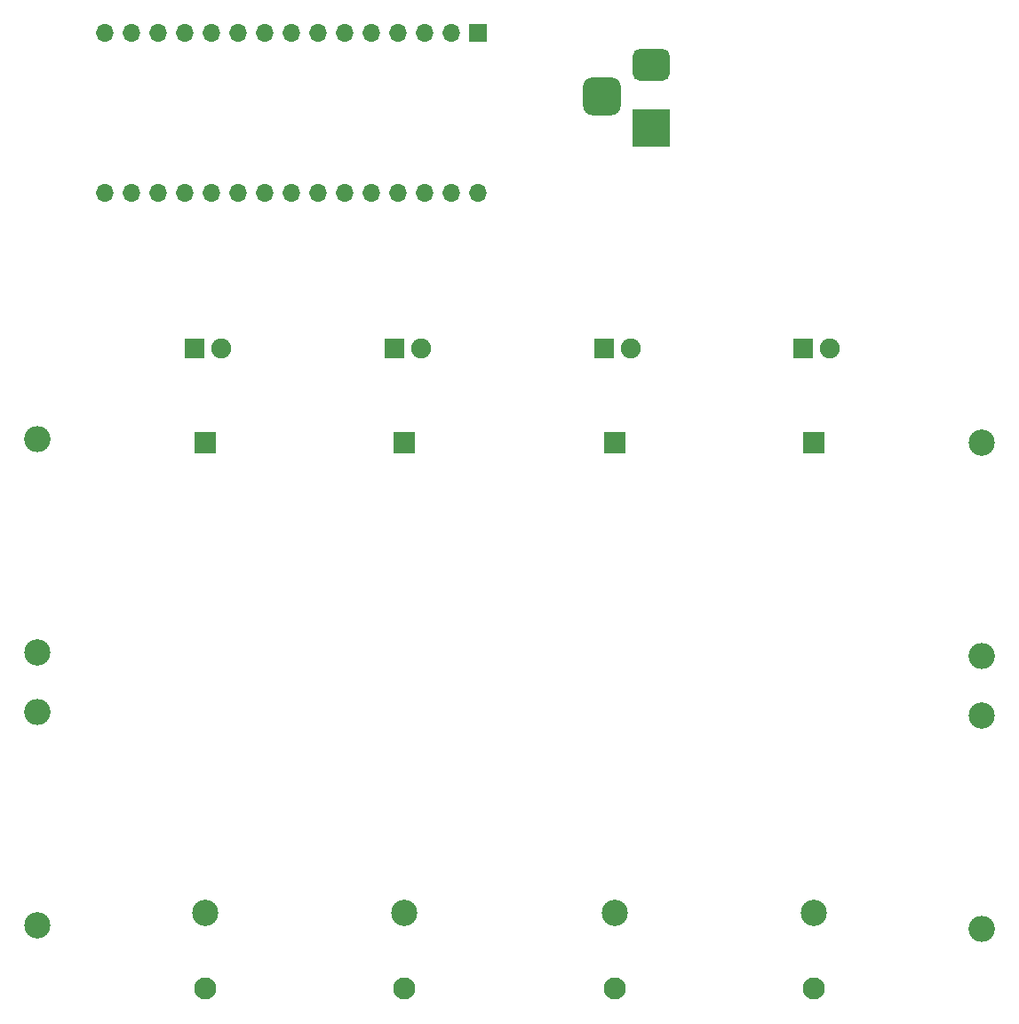
<source format=gbr>
G04 #@! TF.GenerationSoftware,KiCad,Pcbnew,(5.1.6)-1*
G04 #@! TF.CreationDate,2020-12-31T15:43:45+09:00*
G04 #@! TF.ProjectId,AA_discharger,41415f64-6973-4636-9861-726765722e6b,rev?*
G04 #@! TF.SameCoordinates,Original*
G04 #@! TF.FileFunction,Soldermask,Bot*
G04 #@! TF.FilePolarity,Negative*
%FSLAX46Y46*%
G04 Gerber Fmt 4.6, Leading zero omitted, Abs format (unit mm)*
G04 Created by KiCad (PCBNEW (5.1.6)-1) date 2020-12-31 15:43:45*
%MOMM*%
%LPD*%
G01*
G04 APERTURE LIST*
%ADD10C,2.500000*%
%ADD11R,3.600000X3.600000*%
%ADD12R,2.100000X2.100000*%
%ADD13C,2.100000*%
%ADD14O,2.500000X2.500000*%
%ADD15C,1.900000*%
%ADD16R,1.900000X1.900000*%
%ADD17O,1.700000X1.700000*%
%ADD18R,1.700000X1.700000*%
G04 APERTURE END LIST*
D10*
X129000000Y-138750000D03*
X110000000Y-138750000D03*
X71000000Y-138750000D03*
X90000000Y-138750000D03*
G36*
G01*
X107900000Y-59200000D02*
X109700000Y-59200000D01*
G75*
G02*
X110600000Y-60100000I0J-900000D01*
G01*
X110600000Y-61900000D01*
G75*
G02*
X109700000Y-62800000I-900000J0D01*
G01*
X107900000Y-62800000D01*
G75*
G02*
X107000000Y-61900000I0J900000D01*
G01*
X107000000Y-60100000D01*
G75*
G02*
X107900000Y-59200000I900000J0D01*
G01*
G37*
G36*
G01*
X112475000Y-56450000D02*
X114525000Y-56450000D01*
G75*
G02*
X115300000Y-57225000I0J-775000D01*
G01*
X115300000Y-58775000D01*
G75*
G02*
X114525000Y-59550000I-775000J0D01*
G01*
X112475000Y-59550000D01*
G75*
G02*
X111700000Y-58775000I0J775000D01*
G01*
X111700000Y-57225000D01*
G75*
G02*
X112475000Y-56450000I775000J0D01*
G01*
G37*
D11*
X113500000Y-64000000D03*
D12*
X71000000Y-94000000D03*
D13*
X71000000Y-145990000D03*
D14*
X145000000Y-114320000D03*
D10*
X145000000Y-94000000D03*
D14*
X145000000Y-140320000D03*
D10*
X145000000Y-120000000D03*
D14*
X55000000Y-119680000D03*
D10*
X55000000Y-140000000D03*
D14*
X55000000Y-93680000D03*
D10*
X55000000Y-114000000D03*
D12*
X129000000Y-94000000D03*
D13*
X129000000Y-145990000D03*
D12*
X110000000Y-94000000D03*
D13*
X110000000Y-145990000D03*
D12*
X90000000Y-94000000D03*
D13*
X90000000Y-145990000D03*
D15*
X130540000Y-85000000D03*
D16*
X128000000Y-85000000D03*
D15*
X111540000Y-85000000D03*
D16*
X109000000Y-85000000D03*
D15*
X91540000Y-85000000D03*
D16*
X89000000Y-85000000D03*
D15*
X72540000Y-85000000D03*
D16*
X70000000Y-85000000D03*
D17*
X61440000Y-70240000D03*
X61440000Y-55000000D03*
X97000000Y-70240000D03*
X63980000Y-55000000D03*
X94460000Y-70240000D03*
X66520000Y-55000000D03*
X91920000Y-70240000D03*
X69060000Y-55000000D03*
X89380000Y-70240000D03*
X71600000Y-55000000D03*
X86840000Y-70240000D03*
X74140000Y-55000000D03*
X84300000Y-70240000D03*
X76680000Y-55000000D03*
X81760000Y-70240000D03*
X79220000Y-55000000D03*
X79220000Y-70240000D03*
X81760000Y-55000000D03*
X76680000Y-70240000D03*
X84300000Y-55000000D03*
X74140000Y-70240000D03*
X86840000Y-55000000D03*
X71600000Y-70240000D03*
X89380000Y-55000000D03*
X69060000Y-70240000D03*
X91920000Y-55000000D03*
X66520000Y-70240000D03*
X94460000Y-55000000D03*
X63980000Y-70240000D03*
D18*
X97000000Y-55000000D03*
M02*

</source>
